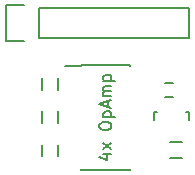
<source format=gto>
G04 #@! TF.FileFunction,Legend,Top*
%FSLAX46Y46*%
G04 Gerber Fmt 4.6, Leading zero omitted, Abs format (unit mm)*
G04 Created by KiCad (PCBNEW 4.0.1-stable) date 2/20/2016 9:56:53 PM*
%MOMM*%
G01*
G04 APERTURE LIST*
%ADD10C,0.100000*%
%ADD11C,0.150000*%
G04 APERTURE END LIST*
D10*
D11*
X142450000Y-84225000D02*
X141450000Y-84225000D01*
X141450000Y-82875000D02*
X142450000Y-82875000D01*
X130675000Y-84050000D02*
X130675000Y-83050000D01*
X132025000Y-83050000D02*
X132025000Y-84050000D01*
X130675000Y-78450000D02*
X130675000Y-77450000D01*
X132025000Y-77450000D02*
X132025000Y-78450000D01*
X130675000Y-81250000D02*
X130675000Y-80250000D01*
X132025000Y-80250000D02*
X132025000Y-81250000D01*
X133975000Y-76300000D02*
X133975000Y-76415000D01*
X138125000Y-76300000D02*
X138125000Y-76415000D01*
X138125000Y-85200000D02*
X138125000Y-85085000D01*
X133975000Y-85200000D02*
X133975000Y-85085000D01*
X133975000Y-76300000D02*
X138125000Y-76300000D01*
X133975000Y-85200000D02*
X138125000Y-85200000D01*
X133975000Y-76415000D02*
X132600000Y-76415000D01*
X142899160Y-80299760D02*
X142850900Y-80299760D01*
X140100180Y-81000800D02*
X140100180Y-80299760D01*
X140100180Y-80299760D02*
X140349100Y-80299760D01*
X142899160Y-80299760D02*
X143099820Y-80299760D01*
X143099820Y-80299760D02*
X143099820Y-81000800D01*
X141050000Y-77800000D02*
X141750000Y-77800000D01*
X141750000Y-79000000D02*
X141050000Y-79000000D01*
X130370000Y-71480000D02*
X143070000Y-71480000D01*
X143070000Y-71480000D02*
X143070000Y-74020000D01*
X143070000Y-74020000D02*
X130370000Y-74020000D01*
X127550000Y-71200000D02*
X129100000Y-71200000D01*
X130370000Y-71480000D02*
X130370000Y-74020000D01*
X129100000Y-74300000D02*
X127550000Y-74300000D01*
X127550000Y-74300000D02*
X127550000Y-71200000D01*
X135835714Y-83869047D02*
X136502381Y-83869047D01*
X135454762Y-84107143D02*
X136169048Y-84345238D01*
X136169048Y-83726190D01*
X136502381Y-83440476D02*
X135835714Y-82916666D01*
X135835714Y-83440476D02*
X136502381Y-82916666D01*
X135502381Y-81583333D02*
X135502381Y-81392856D01*
X135550000Y-81297618D01*
X135645238Y-81202380D01*
X135835714Y-81154761D01*
X136169048Y-81154761D01*
X136359524Y-81202380D01*
X136454762Y-81297618D01*
X136502381Y-81392856D01*
X136502381Y-81583333D01*
X136454762Y-81678571D01*
X136359524Y-81773809D01*
X136169048Y-81821428D01*
X135835714Y-81821428D01*
X135645238Y-81773809D01*
X135550000Y-81678571D01*
X135502381Y-81583333D01*
X135835714Y-80726190D02*
X136835714Y-80726190D01*
X135883333Y-80726190D02*
X135835714Y-80630952D01*
X135835714Y-80440475D01*
X135883333Y-80345237D01*
X135930952Y-80297618D01*
X136026190Y-80249999D01*
X136311905Y-80249999D01*
X136407143Y-80297618D01*
X136454762Y-80345237D01*
X136502381Y-80440475D01*
X136502381Y-80630952D01*
X136454762Y-80726190D01*
X136216667Y-79869047D02*
X136216667Y-79392856D01*
X136502381Y-79964285D02*
X135502381Y-79630952D01*
X136502381Y-79297618D01*
X136502381Y-78964285D02*
X135835714Y-78964285D01*
X135930952Y-78964285D02*
X135883333Y-78916666D01*
X135835714Y-78821428D01*
X135835714Y-78678570D01*
X135883333Y-78583332D01*
X135978571Y-78535713D01*
X136502381Y-78535713D01*
X135978571Y-78535713D02*
X135883333Y-78488094D01*
X135835714Y-78392856D01*
X135835714Y-78249999D01*
X135883333Y-78154761D01*
X135978571Y-78107142D01*
X136502381Y-78107142D01*
X135835714Y-77630952D02*
X136835714Y-77630952D01*
X135883333Y-77630952D02*
X135835714Y-77535714D01*
X135835714Y-77345237D01*
X135883333Y-77249999D01*
X135930952Y-77202380D01*
X136026190Y-77154761D01*
X136311905Y-77154761D01*
X136407143Y-77202380D01*
X136454762Y-77249999D01*
X136502381Y-77345237D01*
X136502381Y-77535714D01*
X136454762Y-77630952D01*
M02*

</source>
